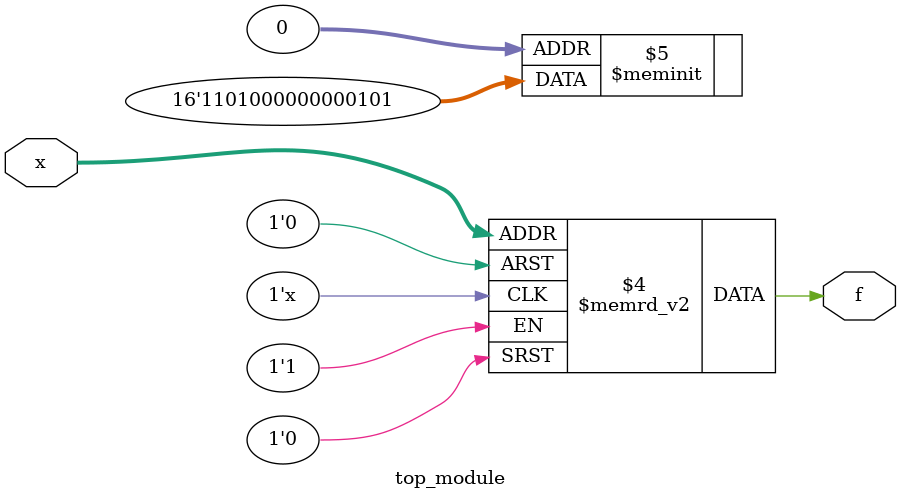
<source format=sv>
module top_module (
	input [4:1] x,
	output logic f
);
	
	always_comb begin
		case (x)
			4'b0000: f = 1;
			4'b0001: f = 0;
			4'b0011: f = 0;
			4'b0010: f = 1;
			4'b1110: f = 1;
			4'b1111: f = 1;
			4'b1100: f = 1;
			4'b1101: f = 0;
			default: f = 0;
		endcase
	end
endmodule

</source>
